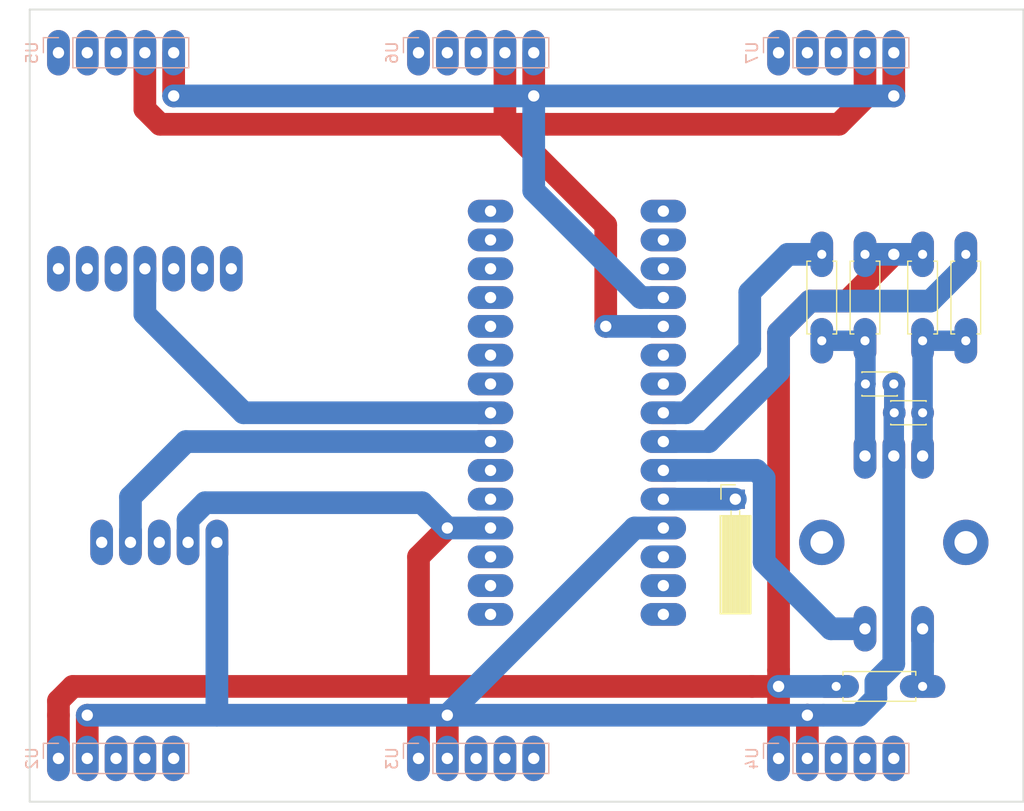
<source format=kicad_pcb>
(kicad_pcb (version 4) (host pcbnew 4.0.6)

  (general
    (links 33)
    (no_connects 0)
    (area 102.794999 55.804999 190.575001 125.805001)
    (thickness 1.6)
    (drawings 16)
    (tracks 109)
    (zones 0)
    (modules 17)
    (nets 14)
  )

  (page A4)
  (layers
    (0 F.Cu signal)
    (31 B.Cu signal)
    (32 B.Adhes user)
    (33 F.Adhes user)
    (34 B.Paste user)
    (35 F.Paste user)
    (36 B.SilkS user)
    (37 F.SilkS user)
    (38 B.Mask user)
    (39 F.Mask user)
    (40 Dwgs.User user)
    (41 Cmts.User user)
    (42 Eco1.User user hide)
    (43 Eco2.User user)
    (44 Edge.Cuts user)
    (45 Margin user)
    (46 B.CrtYd user)
    (47 F.CrtYd user)
    (48 B.Fab user)
    (49 F.Fab user)
  )

  (setup
    (last_trace_width 2)
    (user_trace_width 1)
    (user_trace_width 1.2)
    (user_trace_width 1.5)
    (user_trace_width 1.8)
    (trace_clearance 0.5)
    (zone_clearance 0.508)
    (zone_45_only no)
    (trace_min 0.2)
    (segment_width 0.2)
    (edge_width 0.15)
    (via_size 2)
    (via_drill 1)
    (via_min_size 0.4)
    (via_min_drill 0.3)
    (uvia_size 0.3)
    (uvia_drill 0.1)
    (uvias_allowed no)
    (uvia_min_size 0.2)
    (uvia_min_drill 0.1)
    (pcb_text_width 0.3)
    (pcb_text_size 1.5 1.5)
    (mod_edge_width 0.15)
    (mod_text_size 1 1)
    (mod_text_width 0.15)
    (pad_size 1.8 1.8)
    (pad_drill 0.8)
    (pad_to_mask_clearance 0.2)
    (aux_axis_origin 102.87 55.88)
    (visible_elements 7FFFFFFF)
    (pcbplotparams
      (layerselection 0x01800_80000001)
      (usegerberextensions false)
      (excludeedgelayer true)
      (linewidth 0.100000)
      (plotframeref false)
      (viasonmask false)
      (mode 1)
      (useauxorigin true)
      (hpglpennumber 1)
      (hpglpenspeed 20)
      (hpglpendiameter 15)
      (hpglpenoverlay 2)
      (psnegative false)
      (psa4output false)
      (plotreference true)
      (plotvalue true)
      (plotinvisibletext false)
      (padsonsilk false)
      (subtractmaskfromsilk false)
      (outputformat 1)
      (mirror false)
      (drillshape 0)
      (scaleselection 1)
      (outputdirectory gerber))
  )

  (net 0 "")
  (net 1 MAX_IN)
  (net 2 LATCH)
  (net 3 CLK)
  (net 4 SDA)
  (net 5 SCL)
  (net 6 VCC)
  (net 7 GND)
  (net 8 ROT_B)
  (net 9 ROT_A)
  (net 10 "Net-(C1-Pad1)")
  (net 11 "Net-(C2-Pad2)")
  (net 12 "Net-(R3-Pad1)")
  (net 13 ROT_SW)

  (net_class Default "Dies ist die voreingestellte Netzklasse."
    (clearance 0.5)
    (trace_width 2)
    (via_dia 2)
    (via_drill 1)
    (uvia_dia 0.3)
    (uvia_drill 0.1)
    (add_net CLK)
    (add_net GND)
    (add_net LATCH)
    (add_net MAX_IN)
    (add_net "Net-(C1-Pad1)")
    (add_net "Net-(C2-Pad2)")
    (add_net "Net-(R3-Pad1)")
    (add_net ROT_A)
    (add_net ROT_B)
    (add_net ROT_SW)
    (add_net SCL)
    (add_net SDA)
    (add_net VCC)
  )

  (net_class 1mm ""
    (clearance 0.5)
    (trace_width 1)
    (via_dia 2)
    (via_drill 1)
    (uvia_dia 0.3)
    (uvia_drill 0.1)
  )

  (module PongClock:ArduinoNano (layer F.Cu) (tedit 597C7652) (tstamp 597C56FE)
    (at 148.59 91.44 270)
    (descr AndroidNano)
    (path /596A159A)
    (fp_text reference A1 (at 0 0.5 270) (layer F.SilkS) hide
      (effects (font (size 1 1) (thickness 0.15)))
    )
    (fp_text value AndroidNano (at 0 -0.5 270) (layer F.Fab)
      (effects (font (size 1 1) (thickness 0.15)))
    )
    (fp_line (start 19.05 -11.43) (end -20.32 -11.43) (layer F.CrtYd) (width 0.15))
    (fp_line (start -21.59 -6.35) (end -15.24 -6.35) (layer F.CrtYd) (width 0.15))
    (fp_line (start -15.24 -6.35) (end -15.24 1.27) (layer F.CrtYd) (width 0.15))
    (fp_line (start -15.24 1.27) (end -21.59 1.27) (layer F.CrtYd) (width 0.15))
    (fp_line (start -21.59 1.27) (end -21.59 -6.35) (layer F.CrtYd) (width 0.15))
    (fp_line (start -20.32 6.35) (end -19.05 6.35) (layer F.CrtYd) (width 0.15))
    (fp_line (start -20.32 -11.43) (end -20.32 6.35) (layer F.CrtYd) (width 0.15))
    (fp_line (start -19.05 6.35) (end 19.05 6.35) (layer F.CrtYd) (width 0.15))
    (fp_line (start 19.05 6.35) (end 19.05 -11.43) (layer F.CrtYd) (width 0.15))
    (pad 30 thru_hole oval (at -17.78 -10.16 270) (size 2 4) (drill 1) (layers *.Cu *.Mask))
    (pad 29 thru_hole oval (at -15.24 -10.16 270) (size 2 4) (drill 1) (layers *.Cu *.Mask))
    (pad 28 thru_hole oval (at -12.7 -10.16 270) (size 2 4) (drill 1) (layers *.Cu *.Mask))
    (pad 27 thru_hole oval (at -10.16 -10.16 270) (size 2 4) (drill 1) (layers *.Cu *.Mask)
      (net 3 CLK))
    (pad 26 thru_hole oval (at -7.62 -10.16 270) (size 2 4) (drill 1) (layers *.Cu *.Mask)
      (net 2 LATCH))
    (pad 25 thru_hole oval (at -5.08 -10.16 270) (size 2 4) (drill 1) (layers *.Cu *.Mask))
    (pad 24 thru_hole oval (at -2.54 -10.16 270) (size 2 4) (drill 1) (layers *.Cu *.Mask))
    (pad 23 thru_hole oval (at 0 -10.16 270) (size 2 4) (drill 1) (layers *.Cu *.Mask)
      (net 8 ROT_B))
    (pad 22 thru_hole oval (at 2.54 -10.16 270) (size 2 4) (drill 1) (layers *.Cu *.Mask)
      (net 9 ROT_A))
    (pad 21 thru_hole oval (at 5.08 -10.16 270) (size 2 4) (drill 1) (layers *.Cu *.Mask)
      (net 13 ROT_SW))
    (pad 20 thru_hole oval (at 7.62 -10.16 270) (size 2 4) (drill 1) (layers *.Cu *.Mask)
      (net 1 MAX_IN))
    (pad 19 thru_hole oval (at 10.16 -10.16 270) (size 2 4) (drill 1) (layers *.Cu *.Mask)
      (net 7 GND))
    (pad 18 thru_hole oval (at 12.7 -10.16 270) (size 2 4) (drill 1) (layers *.Cu *.Mask))
    (pad 17 thru_hole oval (at 15.24 -10.16 270) (size 2 4) (drill 1) (layers *.Cu *.Mask))
    (pad 16 thru_hole oval (at 17.78 -10.16 270) (size 2 4) (drill 1) (layers *.Cu *.Mask))
    (pad 1 thru_hole oval (at -17.78 5.08 270) (size 2 4) (drill 1) (layers *.Cu *.Mask))
    (pad 2 thru_hole oval (at -15.24 5.08 270) (size 2 4) (drill 1) (layers *.Cu *.Mask))
    (pad 3 thru_hole oval (at -12.7 5.08 270) (size 2 4) (drill 1) (layers *.Cu *.Mask))
    (pad 4 thru_hole oval (at -10.16 5.08 270) (size 2 4) (drill 1) (layers *.Cu *.Mask))
    (pad 5 thru_hole oval (at -7.62 5.08 270) (size 2 4) (drill 1) (layers *.Cu *.Mask))
    (pad 6 thru_hole oval (at -5.08 5.08 270) (size 2 4) (drill 1) (layers *.Cu *.Mask))
    (pad 7 thru_hole oval (at -2.54 5.08 270) (size 2 4) (drill 1) (layers *.Cu *.Mask))
    (pad 8 thru_hole oval (at 0 5.08 270) (size 2 4) (drill 1) (layers *.Cu *.Mask)
      (net 4 SDA))
    (pad 9 thru_hole oval (at 2.54 5.08 270) (size 2 4) (drill 1) (layers *.Cu *.Mask)
      (net 5 SCL))
    (pad 10 thru_hole oval (at 5.08 5.08 270) (size 2 4) (drill 1) (layers *.Cu *.Mask))
    (pad 11 thru_hole oval (at 7.62 5.08 270) (size 2 4) (drill 1) (layers *.Cu *.Mask))
    (pad 12 thru_hole oval (at 10.16 5.08 270) (size 2 4) (drill 1) (layers *.Cu *.Mask)
      (net 6 VCC))
    (pad 13 thru_hole oval (at 12.7 5.08 270) (size 2 4) (drill 1) (layers *.Cu *.Mask))
    (pad 14 thru_hole oval (at 15.24 5.08 270) (size 2 4) (drill 1) (layers *.Cu *.Mask))
    (pad 15 thru_hole oval (at 17.78 5.08 270) (size 2 4) (drill 1) (layers *.Cu *.Mask))
  )

  (module Socket_Strips:Socket_Strip_Angled_1x01_Pitch2.54mm (layer F.Cu) (tedit 597DE67D) (tstamp 597C5703)
    (at 165.1 99.06 90)
    (descr "Through hole angled socket strip, 1x01, 2.54mm pitch, 8.51mm socket length, single row")
    (tags "Through hole angled socket strip THT 1x01 2.54mm single row")
    (path /597B8EB0)
    (fp_text reference J1 (at -4.38 -2.27 90) (layer F.SilkS) hide
      (effects (font (size 1 1) (thickness 0.15)))
    )
    (fp_text value CONN_01X01_MALE (at -4.38 2.27 90) (layer F.Fab)
      (effects (font (size 1 1) (thickness 0.15)))
    )
    (fp_line (start -1.52 -1.27) (end -1.52 1.27) (layer F.Fab) (width 0.1))
    (fp_line (start -1.52 1.27) (end -10.03 1.27) (layer F.Fab) (width 0.1))
    (fp_line (start -10.03 1.27) (end -10.03 -1.27) (layer F.Fab) (width 0.1))
    (fp_line (start -10.03 -1.27) (end -1.52 -1.27) (layer F.Fab) (width 0.1))
    (fp_line (start 0 -0.32) (end 0 0.32) (layer F.Fab) (width 0.1))
    (fp_line (start 0 0.32) (end -1.52 0.32) (layer F.Fab) (width 0.1))
    (fp_line (start -1.52 0.32) (end -1.52 -0.32) (layer F.Fab) (width 0.1))
    (fp_line (start -1.52 -0.32) (end 0 -0.32) (layer F.Fab) (width 0.1))
    (fp_line (start -1.46 -1.33) (end -1.46 1.33) (layer F.SilkS) (width 0.12))
    (fp_line (start -1.46 1.33) (end -10.09 1.33) (layer F.SilkS) (width 0.12))
    (fp_line (start -10.09 1.33) (end -10.09 -1.33) (layer F.SilkS) (width 0.12))
    (fp_line (start -10.09 -1.33) (end -1.46 -1.33) (layer F.SilkS) (width 0.12))
    (fp_line (start -1.46 -1.33) (end -1.46 1.27) (layer F.SilkS) (width 0.12))
    (fp_line (start -1.46 1.27) (end -10.09 1.27) (layer F.SilkS) (width 0.12))
    (fp_line (start -10.09 1.27) (end -10.09 -1.33) (layer F.SilkS) (width 0.12))
    (fp_line (start -10.09 -1.33) (end -1.46 -1.33) (layer F.SilkS) (width 0.12))
    (fp_line (start -1.03 -0.38) (end -1.46 -0.38) (layer F.SilkS) (width 0.12))
    (fp_line (start -1.03 0.38) (end -1.46 0.38) (layer F.SilkS) (width 0.12))
    (fp_line (start -1.46 -1.15) (end -10.09 -1.15) (layer F.SilkS) (width 0.12))
    (fp_line (start -1.46 -1.03) (end -10.09 -1.03) (layer F.SilkS) (width 0.12))
    (fp_line (start -1.46 -0.91) (end -10.09 -0.91) (layer F.SilkS) (width 0.12))
    (fp_line (start -1.46 -0.79) (end -10.09 -0.79) (layer F.SilkS) (width 0.12))
    (fp_line (start -1.46 -0.67) (end -10.09 -0.67) (layer F.SilkS) (width 0.12))
    (fp_line (start -1.46 -0.55) (end -10.09 -0.55) (layer F.SilkS) (width 0.12))
    (fp_line (start -1.46 -0.43) (end -10.09 -0.43) (layer F.SilkS) (width 0.12))
    (fp_line (start -1.46 -0.31) (end -10.09 -0.31) (layer F.SilkS) (width 0.12))
    (fp_line (start -1.46 -0.19) (end -10.09 -0.19) (layer F.SilkS) (width 0.12))
    (fp_line (start -1.46 -0.07) (end -10.09 -0.07) (layer F.SilkS) (width 0.12))
    (fp_line (start -1.46 0.05) (end -10.09 0.05) (layer F.SilkS) (width 0.12))
    (fp_line (start -1.46 0.17) (end -10.09 0.17) (layer F.SilkS) (width 0.12))
    (fp_line (start -1.46 0.29) (end -10.09 0.29) (layer F.SilkS) (width 0.12))
    (fp_line (start -1.46 0.41) (end -10.09 0.41) (layer F.SilkS) (width 0.12))
    (fp_line (start -1.46 0.53) (end -10.09 0.53) (layer F.SilkS) (width 0.12))
    (fp_line (start -1.46 0.65) (end -10.09 0.65) (layer F.SilkS) (width 0.12))
    (fp_line (start -1.46 0.77) (end -10.09 0.77) (layer F.SilkS) (width 0.12))
    (fp_line (start -1.46 0.89) (end -10.09 0.89) (layer F.SilkS) (width 0.12))
    (fp_line (start -1.46 1.01) (end -10.09 1.01) (layer F.SilkS) (width 0.12))
    (fp_line (start -1.46 1.13) (end -10.09 1.13) (layer F.SilkS) (width 0.12))
    (fp_line (start -1.46 1.25) (end -10.09 1.25) (layer F.SilkS) (width 0.12))
    (fp_line (start -1.46 1.37) (end -10.09 1.37) (layer F.SilkS) (width 0.12))
    (fp_line (start 0 -1.27) (end 1.27 -1.27) (layer F.SilkS) (width 0.12))
    (fp_line (start 1.27 -1.27) (end 1.27 0) (layer F.SilkS) (width 0.12))
    (fp_line (start 1.8 -1.8) (end 1.8 1.8) (layer F.CrtYd) (width 0.05))
    (fp_line (start 1.8 1.8) (end -10.55 1.8) (layer F.CrtYd) (width 0.05))
    (fp_line (start -10.55 1.8) (end -10.55 -1.8) (layer F.CrtYd) (width 0.05))
    (fp_line (start -10.55 -1.8) (end 1.8 -1.8) (layer F.CrtYd) (width 0.05))
    (fp_text user %R (at -4.38 -2.27 90) (layer F.Fab) hide
      (effects (font (size 1 1) (thickness 0.15)))
    )
    (pad 1 thru_hole rect (at 0 0 90) (size 1.7 1.7) (drill 1) (layers *.Cu *.Mask)
      (net 1 MAX_IN))
    (model ${KISYS3DMOD}/Socket_Strips.3dshapes/Socket_Strip_Angled_1x01_Pitch2.54mm.wrl
      (at (xyz 0 0 0))
      (scale (xyz 1 1 1))
      (rotate (xyz 0 0 270))
    )
  )

  (module PongClock:TINY_RTC (layer F.Cu) (tedit 597C798E) (tstamp 597C5713)
    (at 101.6 97.79 90)
    (path /596A1661)
    (fp_text reference U1 (at 7.62 12.7 90) (layer F.SilkS) hide
      (effects (font (size 1 1) (thickness 0.15)))
    )
    (fp_text value TinyRTC_I2C (at 7.62 8.89 90) (layer F.Fab)
      (effects (font (size 1 1) (thickness 0.15)))
    )
    (fp_line (start -6.35 -1.27) (end 20.32 -1.27) (layer F.CrtYd) (width 0.15))
    (fp_line (start -6.35 26.67) (end 20.32 26.67) (layer F.CrtYd) (width 0.15))
    (fp_line (start 20.32 -1.27) (end 20.32 26.67) (layer F.CrtYd) (width 0.15))
    (fp_line (start -6.35 26.67) (end -6.35 -1.27) (layer F.CrtYd) (width 0.15))
    (pad 1 thru_hole oval (at -5.08 7.62 90) (size 4 2) (drill 1) (layers *.Cu *.Mask))
    (pad 2 thru_hole oval (at -5.08 10.16 90) (size 4 2) (drill 1) (layers *.Cu *.Mask)
      (net 5 SCL))
    (pad 3 thru_hole oval (at -5.08 12.7 90) (size 4 2) (drill 1) (layers *.Cu *.Mask))
    (pad 4 thru_hole oval (at -5.08 15.24 90) (size 4 2) (drill 1) (layers *.Cu *.Mask)
      (net 6 VCC))
    (pad 5 thru_hole oval (at -5.08 17.78 90) (size 4 2) (drill 1) (layers *.Cu *.Mask)
      (net 7 GND))
    (pad 6 thru_hole oval (at 19.05 3.81 90) (size 4 2) (drill 1) (layers *.Cu *.Mask))
    (pad 7 thru_hole oval (at 19.05 6.35 90) (size 4 2) (drill 1) (layers *.Cu *.Mask))
    (pad 8 thru_hole oval (at 19.05 8.89 90) (size 4 2) (drill 1) (layers *.Cu *.Mask))
    (pad 9 thru_hole oval (at 19.05 11.43 90) (size 4 2) (drill 1) (layers *.Cu *.Mask)
      (net 4 SDA))
    (pad 10 thru_hole oval (at 19.05 13.97 90) (size 4 2) (drill 1) (layers *.Cu *.Mask))
    (pad 11 thru_hole oval (at 19.05 16.51 90) (size 4 2) (drill 1) (layers *.Cu *.Mask))
    (pad 12 thru_hole oval (at 19.05 19.05 90) (size 4 2) (drill 1) (layers *.Cu *.Mask))
  )

  (module Socket_Strips:Socket_Strip_Straight_1x05_Pitch2.54mm (layer B.Cu) (tedit 58CD5446) (tstamp 597C571C)
    (at 105.41 121.92 270)
    (descr "Through hole straight socket strip, 1x05, 2.54mm pitch, single row")
    (tags "Through hole socket strip THT 1x05 2.54mm single row")
    (path /596A2A6D)
    (fp_text reference U2 (at 0 2.33 270) (layer B.SilkS)
      (effects (font (size 1 1) (thickness 0.15)) (justify mirror))
    )
    (fp_text value MAX7219_IN (at 0 -12.49 270) (layer B.Fab)
      (effects (font (size 1 1) (thickness 0.15)) (justify mirror))
    )
    (fp_line (start -1.27 1.27) (end -1.27 -11.43) (layer B.Fab) (width 0.1))
    (fp_line (start -1.27 -11.43) (end 1.27 -11.43) (layer B.Fab) (width 0.1))
    (fp_line (start 1.27 -11.43) (end 1.27 1.27) (layer B.Fab) (width 0.1))
    (fp_line (start 1.27 1.27) (end -1.27 1.27) (layer B.Fab) (width 0.1))
    (fp_line (start -1.33 -1.27) (end -1.33 -11.49) (layer B.SilkS) (width 0.12))
    (fp_line (start -1.33 -11.49) (end 1.33 -11.49) (layer B.SilkS) (width 0.12))
    (fp_line (start 1.33 -11.49) (end 1.33 -1.27) (layer B.SilkS) (width 0.12))
    (fp_line (start 1.33 -1.27) (end -1.33 -1.27) (layer B.SilkS) (width 0.12))
    (fp_line (start -1.33 0) (end -1.33 1.33) (layer B.SilkS) (width 0.12))
    (fp_line (start -1.33 1.33) (end 0 1.33) (layer B.SilkS) (width 0.12))
    (fp_line (start -1.8 1.8) (end -1.8 -11.95) (layer B.CrtYd) (width 0.05))
    (fp_line (start -1.8 -11.95) (end 1.8 -11.95) (layer B.CrtYd) (width 0.05))
    (fp_line (start 1.8 -11.95) (end 1.8 1.8) (layer B.CrtYd) (width 0.05))
    (fp_line (start 1.8 1.8) (end -1.8 1.8) (layer B.CrtYd) (width 0.05))
    (fp_text user %R (at 0 2.33 270) (layer B.Fab)
      (effects (font (size 1 1) (thickness 0.15)) (justify mirror))
    )
    (pad 1 thru_hole oval (at 0 0 270) (size 4 2) (drill 1) (layers *.Cu *.Mask)
      (net 6 VCC))
    (pad 2 thru_hole oval (at 0 -2.54 270) (size 4 2) (drill 1) (layers *.Cu *.Mask)
      (net 7 GND))
    (pad 3 thru_hole oval (at 0 -5.08 270) (size 4 2) (drill 1) (layers *.Cu *.Mask))
    (pad 4 thru_hole oval (at 0 -7.62 270) (size 4 2) (drill 1) (layers *.Cu *.Mask))
    (pad 5 thru_hole oval (at 0 -10.16 270) (size 4 2) (drill 1) (layers *.Cu *.Mask))
    (model ${KISYS3DMOD}/Socket_Strips.3dshapes/Socket_Strip_Straight_1x05_Pitch2.54mm.wrl
      (at (xyz 0 -0.2 0))
      (scale (xyz 1 1 1))
      (rotate (xyz 0 0 270))
    )
  )

  (module Socket_Strips:Socket_Strip_Straight_1x05_Pitch2.54mm (layer B.Cu) (tedit 58CD5446) (tstamp 597C5725)
    (at 137.16 121.92 270)
    (descr "Through hole straight socket strip, 1x05, 2.54mm pitch, single row")
    (tags "Through hole socket strip THT 1x05 2.54mm single row")
    (path /597B8DED)
    (fp_text reference U3 (at 0 2.33 270) (layer B.SilkS)
      (effects (font (size 1 1) (thickness 0.15)) (justify mirror))
    )
    (fp_text value MAX7219_IN (at 0 -12.49 270) (layer B.Fab)
      (effects (font (size 1 1) (thickness 0.15)) (justify mirror))
    )
    (fp_line (start -1.27 1.27) (end -1.27 -11.43) (layer B.Fab) (width 0.1))
    (fp_line (start -1.27 -11.43) (end 1.27 -11.43) (layer B.Fab) (width 0.1))
    (fp_line (start 1.27 -11.43) (end 1.27 1.27) (layer B.Fab) (width 0.1))
    (fp_line (start 1.27 1.27) (end -1.27 1.27) (layer B.Fab) (width 0.1))
    (fp_line (start -1.33 -1.27) (end -1.33 -11.49) (layer B.SilkS) (width 0.12))
    (fp_line (start -1.33 -11.49) (end 1.33 -11.49) (layer B.SilkS) (width 0.12))
    (fp_line (start 1.33 -11.49) (end 1.33 -1.27) (layer B.SilkS) (width 0.12))
    (fp_line (start 1.33 -1.27) (end -1.33 -1.27) (layer B.SilkS) (width 0.12))
    (fp_line (start -1.33 0) (end -1.33 1.33) (layer B.SilkS) (width 0.12))
    (fp_line (start -1.33 1.33) (end 0 1.33) (layer B.SilkS) (width 0.12))
    (fp_line (start -1.8 1.8) (end -1.8 -11.95) (layer B.CrtYd) (width 0.05))
    (fp_line (start -1.8 -11.95) (end 1.8 -11.95) (layer B.CrtYd) (width 0.05))
    (fp_line (start 1.8 -11.95) (end 1.8 1.8) (layer B.CrtYd) (width 0.05))
    (fp_line (start 1.8 1.8) (end -1.8 1.8) (layer B.CrtYd) (width 0.05))
    (fp_text user %R (at 0 2.33 270) (layer B.Fab)
      (effects (font (size 1 1) (thickness 0.15)) (justify mirror))
    )
    (pad 1 thru_hole oval (at 0 0 270) (size 4 2) (drill 1) (layers *.Cu *.Mask)
      (net 6 VCC))
    (pad 2 thru_hole oval (at 0 -2.54 270) (size 4 2) (drill 1) (layers *.Cu *.Mask)
      (net 7 GND))
    (pad 3 thru_hole oval (at 0 -5.08 270) (size 4 2) (drill 1) (layers *.Cu *.Mask))
    (pad 4 thru_hole oval (at 0 -7.62 270) (size 4 2) (drill 1) (layers *.Cu *.Mask))
    (pad 5 thru_hole oval (at 0 -10.16 270) (size 4 2) (drill 1) (layers *.Cu *.Mask))
    (model ${KISYS3DMOD}/Socket_Strips.3dshapes/Socket_Strip_Straight_1x05_Pitch2.54mm.wrl
      (at (xyz 0 -0.2 0))
      (scale (xyz 1 1 1))
      (rotate (xyz 0 0 270))
    )
  )

  (module Socket_Strips:Socket_Strip_Straight_1x05_Pitch2.54mm (layer B.Cu) (tedit 58CD5446) (tstamp 597C572E)
    (at 168.91 121.92 270)
    (descr "Through hole straight socket strip, 1x05, 2.54mm pitch, single row")
    (tags "Through hole socket strip THT 1x05 2.54mm single row")
    (path /597B8E78)
    (fp_text reference U4 (at 0 2.33 270) (layer B.SilkS)
      (effects (font (size 1 1) (thickness 0.15)) (justify mirror))
    )
    (fp_text value MAX7219_IN (at 0 -12.49 270) (layer B.Fab)
      (effects (font (size 1 1) (thickness 0.15)) (justify mirror))
    )
    (fp_line (start -1.27 1.27) (end -1.27 -11.43) (layer B.Fab) (width 0.1))
    (fp_line (start -1.27 -11.43) (end 1.27 -11.43) (layer B.Fab) (width 0.1))
    (fp_line (start 1.27 -11.43) (end 1.27 1.27) (layer B.Fab) (width 0.1))
    (fp_line (start 1.27 1.27) (end -1.27 1.27) (layer B.Fab) (width 0.1))
    (fp_line (start -1.33 -1.27) (end -1.33 -11.49) (layer B.SilkS) (width 0.12))
    (fp_line (start -1.33 -11.49) (end 1.33 -11.49) (layer B.SilkS) (width 0.12))
    (fp_line (start 1.33 -11.49) (end 1.33 -1.27) (layer B.SilkS) (width 0.12))
    (fp_line (start 1.33 -1.27) (end -1.33 -1.27) (layer B.SilkS) (width 0.12))
    (fp_line (start -1.33 0) (end -1.33 1.33) (layer B.SilkS) (width 0.12))
    (fp_line (start -1.33 1.33) (end 0 1.33) (layer B.SilkS) (width 0.12))
    (fp_line (start -1.8 1.8) (end -1.8 -11.95) (layer B.CrtYd) (width 0.05))
    (fp_line (start -1.8 -11.95) (end 1.8 -11.95) (layer B.CrtYd) (width 0.05))
    (fp_line (start 1.8 -11.95) (end 1.8 1.8) (layer B.CrtYd) (width 0.05))
    (fp_line (start 1.8 1.8) (end -1.8 1.8) (layer B.CrtYd) (width 0.05))
    (fp_text user %R (at 0 2.33 270) (layer B.Fab)
      (effects (font (size 1 1) (thickness 0.15)) (justify mirror))
    )
    (pad 1 thru_hole oval (at 0 0 270) (size 4 2) (drill 1) (layers *.Cu *.Mask)
      (net 6 VCC))
    (pad 2 thru_hole oval (at 0 -2.54 270) (size 4 2) (drill 1) (layers *.Cu *.Mask)
      (net 7 GND))
    (pad 3 thru_hole oval (at 0 -5.08 270) (size 4 2) (drill 1) (layers *.Cu *.Mask))
    (pad 4 thru_hole oval (at 0 -7.62 270) (size 4 2) (drill 1) (layers *.Cu *.Mask))
    (pad 5 thru_hole oval (at 0 -10.16 270) (size 4 2) (drill 1) (layers *.Cu *.Mask))
    (model ${KISYS3DMOD}/Socket_Strips.3dshapes/Socket_Strip_Straight_1x05_Pitch2.54mm.wrl
      (at (xyz 0 -0.2 0))
      (scale (xyz 1 1 1))
      (rotate (xyz 0 0 270))
    )
  )

  (module Socket_Strips:Socket_Strip_Straight_1x05_Pitch2.54mm (layer B.Cu) (tedit 597C7995) (tstamp 597C5737)
    (at 105.41 59.69 270)
    (descr "Through hole straight socket strip, 1x05, 2.54mm pitch, single row")
    (tags "Through hole socket strip THT 1x05 2.54mm single row")
    (path /597B8E8D)
    (fp_text reference U5 (at 0 2.33 270) (layer B.SilkS)
      (effects (font (size 1 1) (thickness 0.15)) (justify mirror))
    )
    (fp_text value MAX7219_IN (at 0 -12.49 270) (layer B.Fab)
      (effects (font (size 1 1) (thickness 0.15)) (justify mirror))
    )
    (fp_line (start -1.27 1.27) (end -1.27 -11.43) (layer B.Fab) (width 0.1))
    (fp_line (start -1.27 -11.43) (end 1.27 -11.43) (layer B.Fab) (width 0.1))
    (fp_line (start 1.27 -11.43) (end 1.27 1.27) (layer B.Fab) (width 0.1))
    (fp_line (start 1.27 1.27) (end -1.27 1.27) (layer B.Fab) (width 0.1))
    (fp_line (start -1.33 -1.27) (end -1.33 -11.49) (layer B.SilkS) (width 0.12))
    (fp_line (start -1.33 -11.49) (end 1.33 -11.49) (layer B.SilkS) (width 0.12))
    (fp_line (start 1.33 -11.49) (end 1.33 -1.27) (layer B.SilkS) (width 0.12))
    (fp_line (start 1.33 -1.27) (end -1.33 -1.27) (layer B.SilkS) (width 0.12))
    (fp_line (start -1.33 0) (end -1.33 1.33) (layer B.SilkS) (width 0.12))
    (fp_line (start -1.33 1.33) (end 0 1.33) (layer B.SilkS) (width 0.12))
    (fp_line (start -1.8 1.8) (end -1.8 -11.95) (layer B.CrtYd) (width 0.05))
    (fp_line (start -1.8 -11.95) (end 1.8 -11.95) (layer B.CrtYd) (width 0.05))
    (fp_line (start 1.8 -11.95) (end 1.8 1.8) (layer B.CrtYd) (width 0.05))
    (fp_line (start 1.8 1.8) (end -1.8 1.8) (layer B.CrtYd) (width 0.05))
    (fp_text user %R (at 0 2.33 270) (layer B.Fab)
      (effects (font (size 1 1) (thickness 0.15)) (justify mirror))
    )
    (pad 1 thru_hole oval (at 0 0 270) (size 4 2) (drill 1) (layers *.Cu *.Mask))
    (pad 2 thru_hole oval (at 0 -2.54 270) (size 4 2) (drill 1) (layers *.Cu *.Mask))
    (pad 3 thru_hole oval (at 0 -5.08 270) (size 4 2) (drill 1) (layers *.Cu *.Mask))
    (pad 4 thru_hole oval (at 0 -7.62 270) (size 4 2) (drill 1) (layers *.Cu *.Mask)
      (net 2 LATCH))
    (pad 5 thru_hole oval (at 0 -10.16 270) (size 4 2) (drill 1) (layers *.Cu *.Mask)
      (net 3 CLK))
    (model ${KISYS3DMOD}/Socket_Strips.3dshapes/Socket_Strip_Straight_1x05_Pitch2.54mm.wrl
      (at (xyz 0 -0.2 0))
      (scale (xyz 1 1 1))
      (rotate (xyz 0 0 270))
    )
  )

  (module Socket_Strips:Socket_Strip_Straight_1x05_Pitch2.54mm (layer B.Cu) (tedit 58CD5446) (tstamp 597C607C)
    (at 137.16 59.69 270)
    (descr "Through hole straight socket strip, 1x05, 2.54mm pitch, single row")
    (tags "Through hole socket strip THT 1x05 2.54mm single row")
    (path /597C60B3)
    (fp_text reference U6 (at 0 2.33 270) (layer B.SilkS)
      (effects (font (size 1 1) (thickness 0.15)) (justify mirror))
    )
    (fp_text value MAX7219_IN (at 0 -12.49 270) (layer B.Fab)
      (effects (font (size 1 1) (thickness 0.15)) (justify mirror))
    )
    (fp_line (start -1.27 1.27) (end -1.27 -11.43) (layer B.Fab) (width 0.1))
    (fp_line (start -1.27 -11.43) (end 1.27 -11.43) (layer B.Fab) (width 0.1))
    (fp_line (start 1.27 -11.43) (end 1.27 1.27) (layer B.Fab) (width 0.1))
    (fp_line (start 1.27 1.27) (end -1.27 1.27) (layer B.Fab) (width 0.1))
    (fp_line (start -1.33 -1.27) (end -1.33 -11.49) (layer B.SilkS) (width 0.12))
    (fp_line (start -1.33 -11.49) (end 1.33 -11.49) (layer B.SilkS) (width 0.12))
    (fp_line (start 1.33 -11.49) (end 1.33 -1.27) (layer B.SilkS) (width 0.12))
    (fp_line (start 1.33 -1.27) (end -1.33 -1.27) (layer B.SilkS) (width 0.12))
    (fp_line (start -1.33 0) (end -1.33 1.33) (layer B.SilkS) (width 0.12))
    (fp_line (start -1.33 1.33) (end 0 1.33) (layer B.SilkS) (width 0.12))
    (fp_line (start -1.8 1.8) (end -1.8 -11.95) (layer B.CrtYd) (width 0.05))
    (fp_line (start -1.8 -11.95) (end 1.8 -11.95) (layer B.CrtYd) (width 0.05))
    (fp_line (start 1.8 -11.95) (end 1.8 1.8) (layer B.CrtYd) (width 0.05))
    (fp_line (start 1.8 1.8) (end -1.8 1.8) (layer B.CrtYd) (width 0.05))
    (fp_text user %R (at 0 2.33 270) (layer B.Fab)
      (effects (font (size 1 1) (thickness 0.15)) (justify mirror))
    )
    (pad 1 thru_hole oval (at 0 0 270) (size 4 2) (drill 1) (layers *.Cu *.Mask))
    (pad 2 thru_hole oval (at 0 -2.54 270) (size 4 2) (drill 1) (layers *.Cu *.Mask))
    (pad 3 thru_hole oval (at 0 -5.08 270) (size 4 2) (drill 1) (layers *.Cu *.Mask))
    (pad 4 thru_hole oval (at 0 -7.62 270) (size 4 2) (drill 1) (layers *.Cu *.Mask)
      (net 2 LATCH))
    (pad 5 thru_hole oval (at 0 -10.16 270) (size 4 2) (drill 1) (layers *.Cu *.Mask)
      (net 3 CLK))
    (model ${KISYS3DMOD}/Socket_Strips.3dshapes/Socket_Strip_Straight_1x05_Pitch2.54mm.wrl
      (at (xyz 0 -0.2 0))
      (scale (xyz 1 1 1))
      (rotate (xyz 0 0 270))
    )
  )

  (module Socket_Strips:Socket_Strip_Straight_1x05_Pitch2.54mm (layer B.Cu) (tedit 58CD5446) (tstamp 597C6085)
    (at 168.91 59.69 270)
    (descr "Through hole straight socket strip, 1x05, 2.54mm pitch, single row")
    (tags "Through hole socket strip THT 1x05 2.54mm single row")
    (path /597C60C8)
    (fp_text reference U7 (at 0 2.33 270) (layer B.SilkS)
      (effects (font (size 1 1) (thickness 0.15)) (justify mirror))
    )
    (fp_text value MAX7219_IN (at 0 -12.49 270) (layer B.Fab)
      (effects (font (size 1 1) (thickness 0.15)) (justify mirror))
    )
    (fp_line (start -1.27 1.27) (end -1.27 -11.43) (layer B.Fab) (width 0.1))
    (fp_line (start -1.27 -11.43) (end 1.27 -11.43) (layer B.Fab) (width 0.1))
    (fp_line (start 1.27 -11.43) (end 1.27 1.27) (layer B.Fab) (width 0.1))
    (fp_line (start 1.27 1.27) (end -1.27 1.27) (layer B.Fab) (width 0.1))
    (fp_line (start -1.33 -1.27) (end -1.33 -11.49) (layer B.SilkS) (width 0.12))
    (fp_line (start -1.33 -11.49) (end 1.33 -11.49) (layer B.SilkS) (width 0.12))
    (fp_line (start 1.33 -11.49) (end 1.33 -1.27) (layer B.SilkS) (width 0.12))
    (fp_line (start 1.33 -1.27) (end -1.33 -1.27) (layer B.SilkS) (width 0.12))
    (fp_line (start -1.33 0) (end -1.33 1.33) (layer B.SilkS) (width 0.12))
    (fp_line (start -1.33 1.33) (end 0 1.33) (layer B.SilkS) (width 0.12))
    (fp_line (start -1.8 1.8) (end -1.8 -11.95) (layer B.CrtYd) (width 0.05))
    (fp_line (start -1.8 -11.95) (end 1.8 -11.95) (layer B.CrtYd) (width 0.05))
    (fp_line (start 1.8 -11.95) (end 1.8 1.8) (layer B.CrtYd) (width 0.05))
    (fp_line (start 1.8 1.8) (end -1.8 1.8) (layer B.CrtYd) (width 0.05))
    (fp_text user %R (at 0 2.33 270) (layer B.Fab)
      (effects (font (size 1 1) (thickness 0.15)) (justify mirror))
    )
    (pad 1 thru_hole oval (at 0 0 270) (size 4 2) (drill 1) (layers *.Cu *.Mask))
    (pad 2 thru_hole oval (at 0 -2.54 270) (size 4 2) (drill 1) (layers *.Cu *.Mask))
    (pad 3 thru_hole oval (at 0 -5.08 270) (size 4 2) (drill 1) (layers *.Cu *.Mask))
    (pad 4 thru_hole oval (at 0 -7.62 270) (size 4 2) (drill 1) (layers *.Cu *.Mask)
      (net 2 LATCH))
    (pad 5 thru_hole oval (at 0 -10.16 270) (size 4 2) (drill 1) (layers *.Cu *.Mask)
      (net 3 CLK))
    (model ${KISYS3DMOD}/Socket_Strips.3dshapes/Socket_Strip_Straight_1x05_Pitch2.54mm.wrl
      (at (xyz 0 -0.2 0))
      (scale (xyz 1 1 1))
      (rotate (xyz 0 0 270))
    )
  )

  (module Capacitors_THT:C_Disc_D3.0mm_W2.0mm_P2.50mm (layer F.Cu) (tedit 597DE6A9) (tstamp 597DDD90)
    (at 181.61 91.44 180)
    (descr "C, Disc series, Radial, pin pitch=2.50mm, , diameter*width=3*2mm^2, Capacitor")
    (tags "C Disc series Radial pin pitch 2.50mm  diameter 3mm width 2mm Capacitor")
    (path /597DDF1C)
    (fp_text reference C1 (at 1.25 -2.31 180) (layer F.SilkS) hide
      (effects (font (size 1 1) (thickness 0.15)))
    )
    (fp_text value 10n (at 1.25 2.31 180) (layer F.Fab)
      (effects (font (size 1 1) (thickness 0.15)))
    )
    (fp_line (start -0.25 -1) (end -0.25 1) (layer F.Fab) (width 0.1))
    (fp_line (start -0.25 1) (end 2.75 1) (layer F.Fab) (width 0.1))
    (fp_line (start 2.75 1) (end 2.75 -1) (layer F.Fab) (width 0.1))
    (fp_line (start 2.75 -1) (end -0.25 -1) (layer F.Fab) (width 0.1))
    (fp_line (start -0.31 -1.06) (end 2.81 -1.06) (layer F.SilkS) (width 0.12))
    (fp_line (start -0.31 1.06) (end 2.81 1.06) (layer F.SilkS) (width 0.12))
    (fp_line (start -0.31 -1.06) (end -0.31 -0.996) (layer F.SilkS) (width 0.12))
    (fp_line (start -0.31 0.996) (end -0.31 1.06) (layer F.SilkS) (width 0.12))
    (fp_line (start 2.81 -1.06) (end 2.81 -0.996) (layer F.SilkS) (width 0.12))
    (fp_line (start 2.81 0.996) (end 2.81 1.06) (layer F.SilkS) (width 0.12))
    (fp_line (start -1.05 -1.35) (end -1.05 1.35) (layer F.CrtYd) (width 0.05))
    (fp_line (start -1.05 1.35) (end 3.55 1.35) (layer F.CrtYd) (width 0.05))
    (fp_line (start 3.55 1.35) (end 3.55 -1.35) (layer F.CrtYd) (width 0.05))
    (fp_line (start 3.55 -1.35) (end -1.05 -1.35) (layer F.CrtYd) (width 0.05))
    (fp_text user %R (at 1.25 0 180) (layer F.Fab)
      (effects (font (size 1 1) (thickness 0.15)))
    )
    (pad 1 thru_hole circle (at 0 0 180) (size 2 2) (drill 0.8) (layers *.Cu *.Mask)
      (net 10 "Net-(C1-Pad1)"))
    (pad 2 thru_hole circle (at 2.5 0 180) (size 2 2) (drill 0.8) (layers *.Cu *.Mask)
      (net 7 GND))
    (model ${KISYS3DMOD}/Capacitors_THT.3dshapes/C_Disc_D3.0mm_W2.0mm_P2.50mm.wrl
      (at (xyz 0 0 0))
      (scale (xyz 1 1 1))
      (rotate (xyz 0 0 0))
    )
  )

  (module Capacitors_THT:C_Disc_D3.0mm_W2.0mm_P2.50mm (layer F.Cu) (tedit 597DE69F) (tstamp 597DDD96)
    (at 179.07 88.9 180)
    (descr "C, Disc series, Radial, pin pitch=2.50mm, , diameter*width=3*2mm^2, Capacitor")
    (tags "C Disc series Radial pin pitch 2.50mm  diameter 3mm width 2mm Capacitor")
    (path /597DE201)
    (fp_text reference C2 (at 1.25 -2.31 180) (layer F.SilkS) hide
      (effects (font (size 1 1) (thickness 0.15)))
    )
    (fp_text value 10n (at 1.25 2.31 180) (layer F.Fab)
      (effects (font (size 1 1) (thickness 0.15)))
    )
    (fp_line (start -0.25 -1) (end -0.25 1) (layer F.Fab) (width 0.1))
    (fp_line (start -0.25 1) (end 2.75 1) (layer F.Fab) (width 0.1))
    (fp_line (start 2.75 1) (end 2.75 -1) (layer F.Fab) (width 0.1))
    (fp_line (start 2.75 -1) (end -0.25 -1) (layer F.Fab) (width 0.1))
    (fp_line (start -0.31 -1.06) (end 2.81 -1.06) (layer F.SilkS) (width 0.12))
    (fp_line (start -0.31 1.06) (end 2.81 1.06) (layer F.SilkS) (width 0.12))
    (fp_line (start -0.31 -1.06) (end -0.31 -0.996) (layer F.SilkS) (width 0.12))
    (fp_line (start -0.31 0.996) (end -0.31 1.06) (layer F.SilkS) (width 0.12))
    (fp_line (start 2.81 -1.06) (end 2.81 -0.996) (layer F.SilkS) (width 0.12))
    (fp_line (start 2.81 0.996) (end 2.81 1.06) (layer F.SilkS) (width 0.12))
    (fp_line (start -1.05 -1.35) (end -1.05 1.35) (layer F.CrtYd) (width 0.05))
    (fp_line (start -1.05 1.35) (end 3.55 1.35) (layer F.CrtYd) (width 0.05))
    (fp_line (start 3.55 1.35) (end 3.55 -1.35) (layer F.CrtYd) (width 0.05))
    (fp_line (start 3.55 -1.35) (end -1.05 -1.35) (layer F.CrtYd) (width 0.05))
    (fp_text user %R (at 1.25 0 180) (layer F.Fab)
      (effects (font (size 1 1) (thickness 0.15)))
    )
    (pad 1 thru_hole circle (at 0 0 180) (size 2 2) (drill 0.8) (layers *.Cu *.Mask)
      (net 7 GND))
    (pad 2 thru_hole circle (at 2.5 0 180) (size 1.8 1.8) (drill 0.8) (layers *.Cu *.Mask)
      (net 11 "Net-(C2-Pad2)"))
    (model ${KISYS3DMOD}/Capacitors_THT.3dshapes/C_Disc_D3.0mm_W2.0mm_P2.50mm.wrl
      (at (xyz 0 0 0))
      (scale (xyz 1 1 1))
      (rotate (xyz 0 0 0))
    )
  )

  (module Resistors_THT:R_Axial_DIN0207_L6.3mm_D2.5mm_P7.62mm_Horizontal (layer F.Cu) (tedit 597DE697) (tstamp 597DDD9C)
    (at 185.42 85.09 90)
    (descr "Resistor, Axial_DIN0207 series, Axial, Horizontal, pin pitch=7.62mm, 0.25W = 1/4W, length*diameter=6.3*2.5mm^2, http://cdn-reichelt.de/documents/datenblatt/B400/1_4W%23YAG.pdf")
    (tags "Resistor Axial_DIN0207 series Axial Horizontal pin pitch 7.62mm 0.25W = 1/4W length 6.3mm diameter 2.5mm")
    (path /597DD967)
    (fp_text reference R1 (at 3.81 -2.31 90) (layer F.SilkS) hide
      (effects (font (size 1 1) (thickness 0.15)))
    )
    (fp_text value 10k (at 3.81 2.31 90) (layer F.Fab)
      (effects (font (size 1 1) (thickness 0.15)))
    )
    (fp_line (start 0.66 -1.25) (end 0.66 1.25) (layer F.Fab) (width 0.1))
    (fp_line (start 0.66 1.25) (end 6.96 1.25) (layer F.Fab) (width 0.1))
    (fp_line (start 6.96 1.25) (end 6.96 -1.25) (layer F.Fab) (width 0.1))
    (fp_line (start 6.96 -1.25) (end 0.66 -1.25) (layer F.Fab) (width 0.1))
    (fp_line (start 0 0) (end 0.66 0) (layer F.Fab) (width 0.1))
    (fp_line (start 7.62 0) (end 6.96 0) (layer F.Fab) (width 0.1))
    (fp_line (start 0.6 -0.98) (end 0.6 -1.31) (layer F.SilkS) (width 0.12))
    (fp_line (start 0.6 -1.31) (end 7.02 -1.31) (layer F.SilkS) (width 0.12))
    (fp_line (start 7.02 -1.31) (end 7.02 -0.98) (layer F.SilkS) (width 0.12))
    (fp_line (start 0.6 0.98) (end 0.6 1.31) (layer F.SilkS) (width 0.12))
    (fp_line (start 0.6 1.31) (end 7.02 1.31) (layer F.SilkS) (width 0.12))
    (fp_line (start 7.02 1.31) (end 7.02 0.98) (layer F.SilkS) (width 0.12))
    (fp_line (start -1.05 -1.6) (end -1.05 1.6) (layer F.CrtYd) (width 0.05))
    (fp_line (start -1.05 1.6) (end 8.7 1.6) (layer F.CrtYd) (width 0.05))
    (fp_line (start 8.7 1.6) (end 8.7 -1.6) (layer F.CrtYd) (width 0.05))
    (fp_line (start 8.7 -1.6) (end -1.05 -1.6) (layer F.CrtYd) (width 0.05))
    (pad 1 thru_hole oval (at 0 0 90) (size 4 2) (drill 0.8) (layers *.Cu *.Mask)
      (net 10 "Net-(C1-Pad1)"))
    (pad 2 thru_hole oval (at 7.62 0 90) (size 4 2) (drill 0.8) (layers *.Cu *.Mask)
      (net 9 ROT_A))
    (model ${KISYS3DMOD}/Resistors_THT.3dshapes/R_Axial_DIN0207_L6.3mm_D2.5mm_P7.62mm_Horizontal.wrl
      (at (xyz 0 0 0))
      (scale (xyz 0.393701 0.393701 0.393701))
      (rotate (xyz 0 0 0))
    )
  )

  (module Resistors_THT:R_Axial_DIN0207_L6.3mm_D2.5mm_P7.62mm_Horizontal (layer F.Cu) (tedit 597DE69A) (tstamp 597DDDA2)
    (at 181.61 77.47 270)
    (descr "Resistor, Axial_DIN0207 series, Axial, Horizontal, pin pitch=7.62mm, 0.25W = 1/4W, length*diameter=6.3*2.5mm^2, http://cdn-reichelt.de/documents/datenblatt/B400/1_4W%23YAG.pdf")
    (tags "Resistor Axial_DIN0207 series Axial Horizontal pin pitch 7.62mm 0.25W = 1/4W length 6.3mm diameter 2.5mm")
    (path /597DE833)
    (fp_text reference R2 (at 3.81 -2.31 270) (layer F.SilkS) hide
      (effects (font (size 1 1) (thickness 0.15)))
    )
    (fp_text value 10k (at 3.81 2.31 270) (layer F.Fab)
      (effects (font (size 1 1) (thickness 0.15)))
    )
    (fp_line (start 0.66 -1.25) (end 0.66 1.25) (layer F.Fab) (width 0.1))
    (fp_line (start 0.66 1.25) (end 6.96 1.25) (layer F.Fab) (width 0.1))
    (fp_line (start 6.96 1.25) (end 6.96 -1.25) (layer F.Fab) (width 0.1))
    (fp_line (start 6.96 -1.25) (end 0.66 -1.25) (layer F.Fab) (width 0.1))
    (fp_line (start 0 0) (end 0.66 0) (layer F.Fab) (width 0.1))
    (fp_line (start 7.62 0) (end 6.96 0) (layer F.Fab) (width 0.1))
    (fp_line (start 0.6 -0.98) (end 0.6 -1.31) (layer F.SilkS) (width 0.12))
    (fp_line (start 0.6 -1.31) (end 7.02 -1.31) (layer F.SilkS) (width 0.12))
    (fp_line (start 7.02 -1.31) (end 7.02 -0.98) (layer F.SilkS) (width 0.12))
    (fp_line (start 0.6 0.98) (end 0.6 1.31) (layer F.SilkS) (width 0.12))
    (fp_line (start 0.6 1.31) (end 7.02 1.31) (layer F.SilkS) (width 0.12))
    (fp_line (start 7.02 1.31) (end 7.02 0.98) (layer F.SilkS) (width 0.12))
    (fp_line (start -1.05 -1.6) (end -1.05 1.6) (layer F.CrtYd) (width 0.05))
    (fp_line (start -1.05 1.6) (end 8.7 1.6) (layer F.CrtYd) (width 0.05))
    (fp_line (start 8.7 1.6) (end 8.7 -1.6) (layer F.CrtYd) (width 0.05))
    (fp_line (start 8.7 -1.6) (end -1.05 -1.6) (layer F.CrtYd) (width 0.05))
    (pad 1 thru_hole oval (at 0 0 270) (size 4 2) (drill 0.8) (layers *.Cu *.Mask)
      (net 6 VCC))
    (pad 2 thru_hole oval (at 7.62 0 270) (size 4 2) (drill 0.8) (layers *.Cu *.Mask)
      (net 10 "Net-(C1-Pad1)"))
    (model ${KISYS3DMOD}/Resistors_THT.3dshapes/R_Axial_DIN0207_L6.3mm_D2.5mm_P7.62mm_Horizontal.wrl
      (at (xyz 0 0 0))
      (scale (xyz 0.393701 0.393701 0.393701))
      (rotate (xyz 0 0 0))
    )
  )

  (module Resistors_THT:R_Axial_DIN0207_L6.3mm_D2.5mm_P7.62mm_Horizontal (layer F.Cu) (tedit 597DE6B5) (tstamp 597DDDA8)
    (at 181.61 115.57 180)
    (descr "Resistor, Axial_DIN0207 series, Axial, Horizontal, pin pitch=7.62mm, 0.25W = 1/4W, length*diameter=6.3*2.5mm^2, http://cdn-reichelt.de/documents/datenblatt/B400/1_4W%23YAG.pdf")
    (tags "Resistor Axial_DIN0207 series Axial Horizontal pin pitch 7.62mm 0.25W = 1/4W length 6.3mm diameter 2.5mm")
    (path /597DF40F)
    (fp_text reference R3 (at 3.81 -2.31 180) (layer F.SilkS) hide
      (effects (font (size 1 1) (thickness 0.15)))
    )
    (fp_text value 10k (at 3.81 2.31 180) (layer F.Fab)
      (effects (font (size 1 1) (thickness 0.15)))
    )
    (fp_line (start 0.66 -1.25) (end 0.66 1.25) (layer F.Fab) (width 0.1))
    (fp_line (start 0.66 1.25) (end 6.96 1.25) (layer F.Fab) (width 0.1))
    (fp_line (start 6.96 1.25) (end 6.96 -1.25) (layer F.Fab) (width 0.1))
    (fp_line (start 6.96 -1.25) (end 0.66 -1.25) (layer F.Fab) (width 0.1))
    (fp_line (start 0 0) (end 0.66 0) (layer F.Fab) (width 0.1))
    (fp_line (start 7.62 0) (end 6.96 0) (layer F.Fab) (width 0.1))
    (fp_line (start 0.6 -0.98) (end 0.6 -1.31) (layer F.SilkS) (width 0.12))
    (fp_line (start 0.6 -1.31) (end 7.02 -1.31) (layer F.SilkS) (width 0.12))
    (fp_line (start 7.02 -1.31) (end 7.02 -0.98) (layer F.SilkS) (width 0.12))
    (fp_line (start 0.6 0.98) (end 0.6 1.31) (layer F.SilkS) (width 0.12))
    (fp_line (start 0.6 1.31) (end 7.02 1.31) (layer F.SilkS) (width 0.12))
    (fp_line (start 7.02 1.31) (end 7.02 0.98) (layer F.SilkS) (width 0.12))
    (fp_line (start -1.05 -1.6) (end -1.05 1.6) (layer F.CrtYd) (width 0.05))
    (fp_line (start -1.05 1.6) (end 8.7 1.6) (layer F.CrtYd) (width 0.05))
    (fp_line (start 8.7 1.6) (end 8.7 -1.6) (layer F.CrtYd) (width 0.05))
    (fp_line (start 8.7 -1.6) (end -1.05 -1.6) (layer F.CrtYd) (width 0.05))
    (pad 1 thru_hole oval (at 0 0 180) (size 4 2) (drill 0.8) (layers *.Cu *.Mask)
      (net 12 "Net-(R3-Pad1)"))
    (pad 2 thru_hole oval (at 7.62 0 180) (size 4 2) (drill 0.8) (layers *.Cu *.Mask)
      (net 6 VCC))
    (model ${KISYS3DMOD}/Resistors_THT.3dshapes/R_Axial_DIN0207_L6.3mm_D2.5mm_P7.62mm_Horizontal.wrl
      (at (xyz 0 0 0))
      (scale (xyz 0.393701 0.393701 0.393701))
      (rotate (xyz 0 0 0))
    )
  )

  (module Resistors_THT:R_Axial_DIN0207_L6.3mm_D2.5mm_P7.62mm_Horizontal (layer F.Cu) (tedit 597DE689) (tstamp 597DDDAE)
    (at 176.53 85.09 90)
    (descr "Resistor, Axial_DIN0207 series, Axial, Horizontal, pin pitch=7.62mm, 0.25W = 1/4W, length*diameter=6.3*2.5mm^2, http://cdn-reichelt.de/documents/datenblatt/B400/1_4W%23YAG.pdf")
    (tags "Resistor Axial_DIN0207 series Axial Horizontal pin pitch 7.62mm 0.25W = 1/4W length 6.3mm diameter 2.5mm")
    (path /597DE88E)
    (fp_text reference R4 (at 3.81 -2.31 90) (layer F.SilkS) hide
      (effects (font (size 1 1) (thickness 0.15)))
    )
    (fp_text value 10k (at 3.81 2.31 90) (layer F.Fab)
      (effects (font (size 1 1) (thickness 0.15)))
    )
    (fp_line (start 0.66 -1.25) (end 0.66 1.25) (layer F.Fab) (width 0.1))
    (fp_line (start 0.66 1.25) (end 6.96 1.25) (layer F.Fab) (width 0.1))
    (fp_line (start 6.96 1.25) (end 6.96 -1.25) (layer F.Fab) (width 0.1))
    (fp_line (start 6.96 -1.25) (end 0.66 -1.25) (layer F.Fab) (width 0.1))
    (fp_line (start 0 0) (end 0.66 0) (layer F.Fab) (width 0.1))
    (fp_line (start 7.62 0) (end 6.96 0) (layer F.Fab) (width 0.1))
    (fp_line (start 0.6 -0.98) (end 0.6 -1.31) (layer F.SilkS) (width 0.12))
    (fp_line (start 0.6 -1.31) (end 7.02 -1.31) (layer F.SilkS) (width 0.12))
    (fp_line (start 7.02 -1.31) (end 7.02 -0.98) (layer F.SilkS) (width 0.12))
    (fp_line (start 0.6 0.98) (end 0.6 1.31) (layer F.SilkS) (width 0.12))
    (fp_line (start 0.6 1.31) (end 7.02 1.31) (layer F.SilkS) (width 0.12))
    (fp_line (start 7.02 1.31) (end 7.02 0.98) (layer F.SilkS) (width 0.12))
    (fp_line (start -1.05 -1.6) (end -1.05 1.6) (layer F.CrtYd) (width 0.05))
    (fp_line (start -1.05 1.6) (end 8.7 1.6) (layer F.CrtYd) (width 0.05))
    (fp_line (start 8.7 1.6) (end 8.7 -1.6) (layer F.CrtYd) (width 0.05))
    (fp_line (start 8.7 -1.6) (end -1.05 -1.6) (layer F.CrtYd) (width 0.05))
    (pad 1 thru_hole oval (at 0 0 90) (size 4 2) (drill 0.8) (layers *.Cu *.Mask)
      (net 11 "Net-(C2-Pad2)"))
    (pad 2 thru_hole oval (at 7.62 0 90) (size 4 2) (drill 0.8) (layers *.Cu *.Mask)
      (net 6 VCC))
    (model ${KISYS3DMOD}/Resistors_THT.3dshapes/R_Axial_DIN0207_L6.3mm_D2.5mm_P7.62mm_Horizontal.wrl
      (at (xyz 0 0 0))
      (scale (xyz 0.393701 0.393701 0.393701))
      (rotate (xyz 0 0 0))
    )
  )

  (module Resistors_THT:R_Axial_DIN0207_L6.3mm_D2.5mm_P7.62mm_Horizontal (layer F.Cu) (tedit 597DE691) (tstamp 597DDDB4)
    (at 172.72 77.47 270)
    (descr "Resistor, Axial_DIN0207 series, Axial, Horizontal, pin pitch=7.62mm, 0.25W = 1/4W, length*diameter=6.3*2.5mm^2, http://cdn-reichelt.de/documents/datenblatt/B400/1_4W%23YAG.pdf")
    (tags "Resistor Axial_DIN0207 series Axial Horizontal pin pitch 7.62mm 0.25W = 1/4W length 6.3mm diameter 2.5mm")
    (path /597DE7C0)
    (fp_text reference R5 (at 3.81 -2.31 270) (layer F.SilkS) hide
      (effects (font (size 1 1) (thickness 0.15)))
    )
    (fp_text value 10k (at 3.81 2.31 270) (layer F.Fab)
      (effects (font (size 1 1) (thickness 0.15)))
    )
    (fp_line (start 0.66 -1.25) (end 0.66 1.25) (layer F.Fab) (width 0.1))
    (fp_line (start 0.66 1.25) (end 6.96 1.25) (layer F.Fab) (width 0.1))
    (fp_line (start 6.96 1.25) (end 6.96 -1.25) (layer F.Fab) (width 0.1))
    (fp_line (start 6.96 -1.25) (end 0.66 -1.25) (layer F.Fab) (width 0.1))
    (fp_line (start 0 0) (end 0.66 0) (layer F.Fab) (width 0.1))
    (fp_line (start 7.62 0) (end 6.96 0) (layer F.Fab) (width 0.1))
    (fp_line (start 0.6 -0.98) (end 0.6 -1.31) (layer F.SilkS) (width 0.12))
    (fp_line (start 0.6 -1.31) (end 7.02 -1.31) (layer F.SilkS) (width 0.12))
    (fp_line (start 7.02 -1.31) (end 7.02 -0.98) (layer F.SilkS) (width 0.12))
    (fp_line (start 0.6 0.98) (end 0.6 1.31) (layer F.SilkS) (width 0.12))
    (fp_line (start 0.6 1.31) (end 7.02 1.31) (layer F.SilkS) (width 0.12))
    (fp_line (start 7.02 1.31) (end 7.02 0.98) (layer F.SilkS) (width 0.12))
    (fp_line (start -1.05 -1.6) (end -1.05 1.6) (layer F.CrtYd) (width 0.05))
    (fp_line (start -1.05 1.6) (end 8.7 1.6) (layer F.CrtYd) (width 0.05))
    (fp_line (start 8.7 1.6) (end 8.7 -1.6) (layer F.CrtYd) (width 0.05))
    (fp_line (start 8.7 -1.6) (end -1.05 -1.6) (layer F.CrtYd) (width 0.05))
    (pad 1 thru_hole oval (at 0 0 270) (size 4 2) (drill 0.8) (layers *.Cu *.Mask)
      (net 8 ROT_B))
    (pad 2 thru_hole oval (at 7.62 0 270) (size 4 2) (drill 0.8) (layers *.Cu *.Mask)
      (net 11 "Net-(C2-Pad2)"))
    (model ${KISYS3DMOD}/Resistors_THT.3dshapes/R_Axial_DIN0207_L6.3mm_D2.5mm_P7.62mm_Horizontal.wrl
      (at (xyz 0 0 0))
      (scale (xyz 0.393701 0.393701 0.393701))
      (rotate (xyz 0 0 0))
    )
  )

  (module PongClock:ROTARY_ENCODER (layer F.Cu) (tedit 597DE6AF) (tstamp 597DDE54)
    (at 179.07 102.87 180)
    (path /597DCFDB)
    (fp_text reference SW1 (at 0 11.43 180) (layer F.SilkS) hide
      (effects (font (size 1 1) (thickness 0.15)))
    )
    (fp_text value Rotary_Encoder_Switch (at 0 -10.16 180) (layer F.Fab)
      (effects (font (size 1 1) (thickness 0.15)))
    )
    (fp_circle (center 0 0) (end 2.54 1.27) (layer F.CrtYd) (width 0.15))
    (fp_line (start 0 6.35) (end 6.35 6.35) (layer F.CrtYd) (width 0.15))
    (fp_line (start 6.35 6.35) (end 6.35 -6.35) (layer F.CrtYd) (width 0.15))
    (fp_line (start 6.35 -6.35) (end -6.35 -6.35) (layer F.CrtYd) (width 0.15))
    (fp_line (start 0 6.35) (end -6.35 6.35) (layer F.CrtYd) (width 0.15))
    (fp_line (start -6.35 6.35) (end -6.35 -6.35) (layer F.CrtYd) (width 0.15))
    (pad 4 thru_hole oval (at -2.54 -7.62 180) (size 2 4) (drill 1) (layers *.Cu *.Mask)
      (net 12 "Net-(R3-Pad1)"))
    (pad "" np_thru_hole circle (at 6.35 0 180) (size 4 4) (drill 2) (layers *.Cu *.Mask))
    (pad 1 thru_hole oval (at -2.54 7.62 180) (size 2 4) (drill 1) (layers *.Cu *.Mask)
      (net 10 "Net-(C1-Pad1)"))
    (pad 2 thru_hole oval (at 0 7.62 180) (size 2 4) (drill 1) (layers *.Cu *.Mask)
      (net 7 GND))
    (pad 3 thru_hole oval (at 2.54 7.62 180) (size 2 4) (drill 1) (layers *.Cu *.Mask)
      (net 11 "Net-(C2-Pad2)"))
    (pad "" np_thru_hole circle (at -6.35 0 180) (size 4 4) (drill 2) (layers *.Cu *.Mask))
    (pad 5 thru_hole oval (at 2.54 -7.62 180) (size 2 4) (drill 1) (layers *.Cu *.Mask)
      (net 13 ROT_SW))
  )

  (dimension 87.63 (width 0.3) (layer Eco1.User)
    (gr_text "87,630 mm" (at 88.82 92.075 90) (layer Eco1.User)
      (effects (font (size 1.5 1.5) (thickness 0.3)))
    )
    (feature1 (pts (xy 106.68 48.26) (xy 87.47 48.26)))
    (feature2 (pts (xy 106.68 135.89) (xy 87.47 135.89)))
    (crossbar (pts (xy 90.17 135.89) (xy 90.17 48.26)))
    (arrow1a (pts (xy 90.17 48.26) (xy 90.756421 49.386504)))
    (arrow1b (pts (xy 90.17 48.26) (xy 89.583579 49.386504)))
    (arrow2a (pts (xy 90.17 135.89) (xy 90.756421 134.763496)))
    (arrow2b (pts (xy 90.17 135.89) (xy 89.583579 134.763496)))
  )
  (gr_line (start 190.5 125.73) (end 102.87 125.73) (angle 90) (layer Edge.Cuts) (width 0.15))
  (gr_line (start 102.87 55.88) (end 190.5 55.88) (angle 90) (layer Edge.Cuts) (width 0.15))
  (gr_line (start 102.87 55.88) (end 102.87 125.73) (angle 90) (layer Edge.Cuts) (width 0.15))
  (dimension 16.51 (width 0.3) (layer Eco1.User)
    (gr_text "16,510 mm" (at 212.17 127.635 270) (layer Eco1.User)
      (effects (font (size 1.5 1.5) (thickness 0.3)))
    )
    (feature1 (pts (xy 193.04 135.89) (xy 213.52 135.89)))
    (feature2 (pts (xy 193.04 119.38) (xy 213.52 119.38)))
    (crossbar (pts (xy 210.82 119.38) (xy 210.82 135.89)))
    (arrow1a (pts (xy 210.82 135.89) (xy 210.233579 134.763496)))
    (arrow1b (pts (xy 210.82 135.89) (xy 211.406421 134.763496)))
    (arrow2a (pts (xy 210.82 119.38) (xy 210.233579 120.506504)))
    (arrow2b (pts (xy 210.82 119.38) (xy 211.406421 120.506504)))
  )
  (gr_line (start 190.5 55.88) (end 190.5 125.73) (angle 90) (layer Edge.Cuts) (width 0.15))
  (gr_text "PongClock v1.54" (at 134.62 91.44 90) (layer Eco2.User)
    (effects (font (size 1.5 1.5) (thickness 0.3)))
  )
  (dimension 31.75 (width 0.3) (layer Eco1.User)
    (gr_text "31,750 mm" (at 212.17 103.505 270) (layer Eco1.User)
      (effects (font (size 1.5 1.5) (thickness 0.3)))
    )
    (feature1 (pts (xy 193.04 119.38) (xy 213.52 119.38)))
    (feature2 (pts (xy 193.04 87.63) (xy 213.52 87.63)))
    (crossbar (pts (xy 210.82 87.63) (xy 210.82 119.38)))
    (arrow1a (pts (xy 210.82 119.38) (xy 210.233579 118.253496)))
    (arrow1b (pts (xy 210.82 119.38) (xy 211.406421 118.253496)))
    (arrow2a (pts (xy 210.82 87.63) (xy 210.233579 88.756504)))
    (arrow2b (pts (xy 210.82 87.63) (xy 211.406421 88.756504)))
  )
  (gr_line (start 186.69 119.38) (end 186.69 118.11) (angle 90) (layer Eco1.User) (width 0.2))
  (gr_line (start 104.14 119.38) (end 186.69 119.38) (angle 90) (layer Eco1.User) (width 0.2))
  (dimension 31.75 (width 0.3) (layer Eco1.User)
    (gr_text "31,750 mm" (at 212.17 71.755 270) (layer Eco1.User)
      (effects (font (size 1.5 1.5) (thickness 0.3)))
    )
    (feature1 (pts (xy 191.77 87.63) (xy 213.52 87.63)))
    (feature2 (pts (xy 191.77 55.88) (xy 213.52 55.88)))
    (crossbar (pts (xy 210.82 55.88) (xy 210.82 87.63)))
    (arrow1a (pts (xy 210.82 87.63) (xy 210.233579 86.503496)))
    (arrow1b (pts (xy 210.82 87.63) (xy 211.406421 86.503496)))
    (arrow2a (pts (xy 210.82 55.88) (xy 210.233579 57.006504)))
    (arrow2b (pts (xy 210.82 55.88) (xy 211.406421 57.006504)))
  )
  (gr_line (start 106.68 87.63) (end 182.88 87.63) (angle 90) (layer Eco1.User) (width 0.2))
  (dimension 62.23 (width 0.3) (layer Eco1.User)
    (gr_text "62,230 mm" (at 142.875 18.97) (layer Eco1.User)
      (effects (font (size 1.5 1.5) (thickness 0.3)))
    )
    (feature1 (pts (xy 173.99 27.94) (xy 173.99 17.62)))
    (feature2 (pts (xy 111.76 27.94) (xy 111.76 17.62)))
    (crossbar (pts (xy 111.76 20.32) (xy 173.99 20.32)))
    (arrow1a (pts (xy 173.99 20.32) (xy 172.863496 20.906421)))
    (arrow1b (pts (xy 173.99 20.32) (xy 172.863496 19.733579)))
    (arrow2a (pts (xy 111.76 20.32) (xy 112.886504 20.906421)))
    (arrow2b (pts (xy 111.76 20.32) (xy 112.886504 19.733579)))
  )
  (gr_line (start 104.14 55.88) (end 187.96 55.88) (angle 90) (layer Eco1.User) (width 0.2))
  (gr_line (start 173.99 30.48) (end 173.99 127) (angle 90) (layer Eco1.User) (width 0.2))
  (gr_line (start 111.76 30.48) (end 111.76 127) (angle 90) (layer Eco1.User) (width 0.2))

  (segment (start 165.1 99.06) (end 158.75 99.06) (width 2) (layer B.Cu) (net 1))
  (segment (start 153.67 83.82) (end 153.67 74.890002) (width 2) (layer F.Cu) (net 2))
  (segment (start 153.67 74.890002) (end 144.78 66.000002) (width 2) (layer F.Cu) (net 2))
  (segment (start 158.75 83.82) (end 153.67 83.82) (width 2) (layer B.Cu) (net 2))
  (via (at 153.67 83.82) (size 2) (drill 1) (layers F.Cu B.Cu) (net 2))
  (segment (start 176.53 59.69) (end 176.53 63.69) (width 2) (layer F.Cu) (net 2))
  (segment (start 176.53 63.69) (end 174.219998 66.000002) (width 2) (layer F.Cu) (net 2))
  (segment (start 174.219998 66.000002) (end 148.520002 66.000002) (width 2) (layer F.Cu) (net 2))
  (segment (start 148.520002 66.000002) (end 144.78 66.000002) (width 2) (layer F.Cu) (net 2))
  (segment (start 144.78 66.000002) (end 114.369998 66.000002) (width 2) (layer F.Cu) (net 2))
  (segment (start 144.78 59.69) (end 144.78 66.000002) (width 2) (layer F.Cu) (net 2))
  (segment (start 114.369998 66.000002) (end 113.03 64.660004) (width 2) (layer F.Cu) (net 2))
  (segment (start 113.03 64.660004) (end 113.03 59.69) (width 2) (layer F.Cu) (net 2))
  (segment (start 158.75 81.28) (end 156.754452 81.28) (width 2) (layer B.Cu) (net 3))
  (segment (start 156.754452 81.28) (end 147.32 71.845548) (width 2) (layer B.Cu) (net 3))
  (segment (start 147.32 71.845548) (end 147.32 64.914213) (width 2) (layer B.Cu) (net 3))
  (segment (start 147.32 64.914213) (end 147.32 63.5) (width 2) (layer B.Cu) (net 3))
  (segment (start 115.57 63.5) (end 147.32 63.5) (width 2) (layer B.Cu) (net 3))
  (segment (start 115.57 59.69) (end 115.57 63.5) (width 2) (layer F.Cu) (net 3))
  (via (at 115.57 63.5) (size 2) (drill 1) (layers F.Cu B.Cu) (net 3))
  (segment (start 147.32 63.5) (end 179.07 63.5) (width 2) (layer B.Cu) (net 3))
  (segment (start 147.32 59.69) (end 147.32 63.5) (width 2) (layer F.Cu) (net 3))
  (via (at 147.32 63.5) (size 2) (drill 1) (layers F.Cu B.Cu) (net 3))
  (segment (start 179.07 59.69) (end 179.07 63.5) (width 2) (layer F.Cu) (net 3))
  (via (at 179.07 63.5) (size 2) (drill 1) (layers F.Cu B.Cu) (net 3))
  (segment (start 143.51 91.44) (end 121.73 91.44) (width 2) (layer B.Cu) (net 4))
  (segment (start 121.73 91.44) (end 113.03 82.74) (width 2) (layer B.Cu) (net 4))
  (segment (start 113.03 82.74) (end 113.03 78.74) (width 2) (layer B.Cu) (net 4))
  (segment (start 113.03 79.81763) (end 113.03 78.74) (width 2) (layer B.Cu) (net 4))
  (segment (start 143.51 93.98) (end 116.65 93.98) (width 2) (layer B.Cu) (net 5))
  (segment (start 116.65 93.98) (end 111.76 98.87) (width 2) (layer B.Cu) (net 5))
  (segment (start 111.76 98.87) (end 111.76 102.87) (width 2) (layer B.Cu) (net 5))
  (segment (start 111.76 101.79237) (end 111.76 102.87) (width 2) (layer B.Cu) (net 5))
  (segment (start 179.07 77.47) (end 181.61 77.47) (width 2) (layer B.Cu) (net 6))
  (segment (start 179.07 77.47) (end 174.95001 81.58999) (width 2) (layer F.Cu) (net 6))
  (segment (start 174.95001 81.58999) (end 171.684462 81.58999) (width 2) (layer F.Cu) (net 6))
  (segment (start 171.684462 81.58999) (end 168.91 84.364452) (width 2) (layer F.Cu) (net 6))
  (segment (start 168.91 84.364452) (end 168.91 114.155787) (width 2) (layer F.Cu) (net 6))
  (segment (start 168.91 114.155787) (end 168.91 115.57) (width 2) (layer F.Cu) (net 6))
  (segment (start 176.53 77.47) (end 179.07 77.47) (width 2) (layer B.Cu) (net 6))
  (via (at 179.07 77.47) (size 2) (drill 1) (layers F.Cu B.Cu) (net 6))
  (segment (start 168.91 117.92) (end 168.91 115.57) (width 2) (layer F.Cu) (net 6))
  (segment (start 168.91 115.57) (end 173.99 115.57) (width 2) (layer B.Cu) (net 6))
  (segment (start 166.56 115.57) (end 168.91 115.57) (width 2) (layer F.Cu) (net 6))
  (via (at 168.91 115.57) (size 2) (drill 1) (layers F.Cu B.Cu) (net 6))
  (segment (start 137.16 115.57) (end 137.16 104.14) (width 2) (layer F.Cu) (net 6))
  (segment (start 137.16 104.14) (end 139.7 101.6) (width 2) (layer F.Cu) (net 6))
  (via (at 139.7 101.6) (size 2) (drill 1) (layers F.Cu B.Cu) (net 6))
  (segment (start 139.7 101.6) (end 143.51 101.6) (width 2) (layer B.Cu) (net 6))
  (segment (start 137.46999 99.36999) (end 139.7 101.6) (width 2) (layer B.Cu) (net 6))
  (segment (start 116.84 102.87) (end 116.84 100.874452) (width 2) (layer B.Cu) (net 6))
  (segment (start 116.84 100.874452) (end 118.344462 99.36999) (width 2) (layer B.Cu) (net 6))
  (segment (start 118.344462 99.36999) (end 137.46999 99.36999) (width 2) (layer B.Cu) (net 6))
  (segment (start 166.56 115.57) (end 137.16 115.57) (width 2) (layer F.Cu) (net 6))
  (segment (start 137.16 115.57) (end 106.68 115.57) (width 2) (layer F.Cu) (net 6))
  (segment (start 137.16 121.92) (end 137.16 115.57) (width 2) (layer F.Cu) (net 6))
  (segment (start 168.91 121.92) (end 168.91 117.92) (width 2) (layer F.Cu) (net 6))
  (segment (start 106.68 115.57) (end 105.41 116.84) (width 2) (layer F.Cu) (net 6))
  (segment (start 105.41 116.84) (end 105.41 118.11) (width 2) (layer F.Cu) (net 6))
  (segment (start 105.41 118.11) (end 105.41 121.92) (width 2) (layer F.Cu) (net 6))
  (segment (start 179.07 95.25) (end 179.07 113.574452) (width 2) (layer B.Cu) (net 7))
  (segment (start 179.07 113.574452) (end 177.49001 115.154442) (width 2) (layer B.Cu) (net 7))
  (segment (start 177.49001 115.154442) (end 177.49001 116.605538) (width 2) (layer B.Cu) (net 7))
  (segment (start 177.49001 116.605538) (end 175.985548 118.11) (width 2) (layer B.Cu) (net 7))
  (segment (start 175.985548 118.11) (end 172.864213 118.11) (width 2) (layer B.Cu) (net 7))
  (segment (start 172.864213 118.11) (end 171.45 118.11) (width 2) (layer B.Cu) (net 7))
  (segment (start 179.11 91.44) (end 179.11 88.94) (width 1.8) (layer B.Cu) (net 7))
  (segment (start 179.11 88.94) (end 179.07 88.9) (width 1.8) (layer B.Cu) (net 7))
  (segment (start 179.07 95.25) (end 179.07 91.48) (width 1.8) (layer B.Cu) (net 7))
  (segment (start 179.07 91.48) (end 179.11 91.44) (width 1.8) (layer B.Cu) (net 7))
  (segment (start 107.95 118.11) (end 119.38 118.11) (width 2) (layer B.Cu) (net 7))
  (segment (start 119.38 118.11) (end 139.7 118.11) (width 2) (layer B.Cu) (net 7))
  (segment (start 119.38 102.87) (end 119.38 118.11) (width 2) (layer B.Cu) (net 7))
  (segment (start 158.75 101.6) (end 156.21 101.6) (width 2) (layer B.Cu) (net 7))
  (segment (start 156.21 101.6) (end 139.7 118.11) (width 2) (layer B.Cu) (net 7))
  (segment (start 139.7 118.11) (end 171.45 118.11) (width 2) (layer B.Cu) (net 7))
  (segment (start 139.7 121.92) (end 139.7 118.11) (width 2) (layer F.Cu) (net 7))
  (via (at 139.7 118.11) (size 2) (drill 1) (layers F.Cu B.Cu) (net 7))
  (segment (start 171.45 118.11) (end 171.45 121.92) (width 2) (layer F.Cu) (net 7))
  (via (at 171.45 118.11) (size 2) (drill 1) (layers F.Cu B.Cu) (net 7))
  (segment (start 107.95 121.92) (end 107.95 118.11) (width 2) (layer F.Cu) (net 7))
  (via (at 107.95 118.11) (size 2) (drill 1) (layers F.Cu B.Cu) (net 7))
  (segment (start 166.37 80.82) (end 166.37 85.815548) (width 2) (layer B.Cu) (net 8))
  (segment (start 166.37 85.815548) (end 160.745548 91.44) (width 2) (layer B.Cu) (net 8))
  (segment (start 160.745548 91.44) (end 158.75 91.44) (width 2) (layer B.Cu) (net 8))
  (segment (start 172.72 77.47) (end 169.72 77.47) (width 2) (layer B.Cu) (net 8))
  (segment (start 169.72 77.47) (end 166.37 80.82) (width 2) (layer B.Cu) (net 8))
  (segment (start 168.91 84.364452) (end 168.91 87.82) (width 2) (layer B.Cu) (net 9))
  (segment (start 168.91 87.82) (end 162.75 93.98) (width 2) (layer B.Cu) (net 9))
  (segment (start 162.75 93.98) (end 158.75 93.98) (width 2) (layer B.Cu) (net 9))
  (segment (start 185.42 77.47) (end 185.42 78.47) (width 2) (layer B.Cu) (net 9))
  (segment (start 185.42 78.47) (end 182.30001 81.58999) (width 2) (layer B.Cu) (net 9))
  (segment (start 182.30001 81.58999) (end 171.684462 81.58999) (width 2) (layer B.Cu) (net 9))
  (segment (start 171.684462 81.58999) (end 168.91 84.364452) (width 2) (layer B.Cu) (net 9))
  (segment (start 181.61 85.09) (end 185.42 85.09) (width 1.8) (layer B.Cu) (net 10))
  (segment (start 181.61 91.44) (end 181.61 85.09) (width 1.8) (layer B.Cu) (net 10))
  (segment (start 181.61 95.25) (end 181.61 91.44) (width 1.8) (layer B.Cu) (net 10))
  (segment (start 176.53 85.09) (end 172.72 85.09) (width 1.8) (layer B.Cu) (net 11))
  (segment (start 176.57 88.9) (end 176.57 85.13) (width 1.8) (layer B.Cu) (net 11))
  (segment (start 176.57 85.13) (end 176.53 85.09) (width 1.8) (layer B.Cu) (net 11))
  (segment (start 176.53 95.25) (end 176.53 88.94) (width 1.8) (layer B.Cu) (net 11))
  (segment (start 176.53 88.94) (end 176.57 88.9) (width 1.8) (layer B.Cu) (net 11))
  (segment (start 181.61 115.57) (end 181.61 110.49) (width 2) (layer B.Cu) (net 12))
  (segment (start 167.64 104.6) (end 167.64 97.199998) (width 2) (layer B.Cu) (net 13))
  (segment (start 167.64 97.199998) (end 166.960002 96.52) (width 2) (layer B.Cu) (net 13))
  (segment (start 166.960002 96.52) (end 162.75 96.52) (width 2) (layer B.Cu) (net 13))
  (segment (start 162.75 96.52) (end 158.75 96.52) (width 2) (layer B.Cu) (net 13))
  (segment (start 176.53 110.49) (end 173.53 110.49) (width 2) (layer B.Cu) (net 13))
  (segment (start 173.53 110.49) (end 167.64 104.6) (width 2) (layer B.Cu) (net 13))

)

</source>
